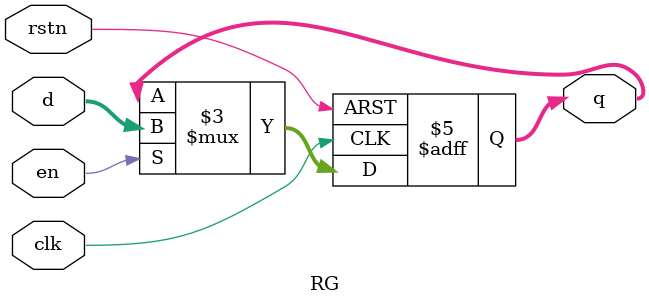
<source format=v>
`timescale 1ns / 1ps
module RG
#(parameter WIDTH = 8
)(
    input clk,rstn,en,
    input [WIDTH-1:0]d,
    output reg [WIDTH-1:0]q
);

always @(posedge clk,negedge rstn)
    if(!rstn) q<=0;
    else if(en)
    q<=d;
endmodule
</source>
